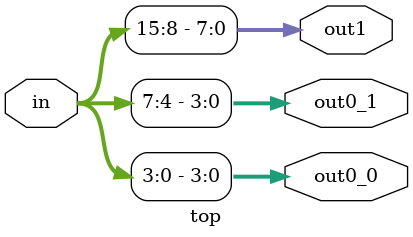
<source format=v>
module top (
    input [15:0] in,
    output [3:0] out0_0,
    output [3:0] out0_1,
    output [7:0] out1
);
assign out0_0 = in[3:0];
assign out0_1 = in[7:4];
assign out1 = {in[15:12],in[11:8]};
endmodule


</source>
